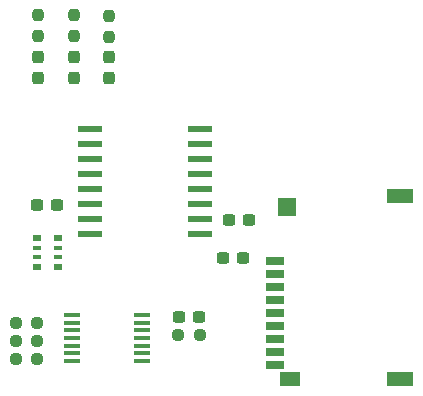
<source format=gbr>
%TF.GenerationSoftware,KiCad,Pcbnew,9.0.2*%
%TF.CreationDate,2025-06-04T00:32:51+07:00*%
%TF.ProjectId,Telemetry V.3 BM13 EVO Hy,54656c65-6d65-4747-9279-20562e332042,rev?*%
%TF.SameCoordinates,Original*%
%TF.FileFunction,Paste,Top*%
%TF.FilePolarity,Positive*%
%FSLAX46Y46*%
G04 Gerber Fmt 4.6, Leading zero omitted, Abs format (unit mm)*
G04 Created by KiCad (PCBNEW 9.0.2) date 2025-06-04 00:32:51*
%MOMM*%
%LPD*%
G01*
G04 APERTURE LIST*
G04 Aperture macros list*
%AMRoundRect*
0 Rectangle with rounded corners*
0 $1 Rounding radius*
0 $2 $3 $4 $5 $6 $7 $8 $9 X,Y pos of 4 corners*
0 Add a 4 corners polygon primitive as box body*
4,1,4,$2,$3,$4,$5,$6,$7,$8,$9,$2,$3,0*
0 Add four circle primitives for the rounded corners*
1,1,$1+$1,$2,$3*
1,1,$1+$1,$4,$5*
1,1,$1+$1,$6,$7*
1,1,$1+$1,$8,$9*
0 Add four rect primitives between the rounded corners*
20,1,$1+$1,$2,$3,$4,$5,0*
20,1,$1+$1,$4,$5,$6,$7,0*
20,1,$1+$1,$6,$7,$8,$9,0*
20,1,$1+$1,$8,$9,$2,$3,0*%
G04 Aperture macros list end*
%ADD10R,0.800000X0.500000*%
%ADD11R,0.800000X0.400000*%
%ADD12RoundRect,0.237500X0.300000X0.237500X-0.300000X0.237500X-0.300000X-0.237500X0.300000X-0.237500X0*%
%ADD13RoundRect,0.237500X-0.237500X0.250000X-0.237500X-0.250000X0.237500X-0.250000X0.237500X0.250000X0*%
%ADD14R,1.404099X0.354800*%
%ADD15R,1.600000X0.700000*%
%ADD16R,1.800000X1.200000*%
%ADD17R,1.500000X1.600000*%
%ADD18R,2.200000X1.200000*%
%ADD19RoundRect,0.237500X0.237500X-0.287500X0.237500X0.287500X-0.237500X0.287500X-0.237500X-0.287500X0*%
%ADD20RoundRect,0.237500X0.250000X0.237500X-0.250000X0.237500X-0.250000X-0.237500X0.250000X-0.237500X0*%
%ADD21RoundRect,0.073750X0.951250X0.221250X-0.951250X0.221250X-0.951250X-0.221250X0.951250X-0.221250X0*%
%ADD22RoundRect,0.237500X-0.250000X-0.237500X0.250000X-0.237500X0.250000X0.237500X-0.250000X0.237500X0*%
%ADD23RoundRect,0.237500X0.237500X-0.250000X0.237500X0.250000X-0.237500X0.250000X-0.237500X-0.250000X0*%
%ADD24RoundRect,0.237500X-0.300000X-0.237500X0.300000X-0.237500X0.300000X0.237500X-0.300000X0.237500X0*%
G04 APERTURE END LIST*
D10*
%TO.C,RN1*%
X97850000Y-73800000D03*
D11*
X97850000Y-74600000D03*
X97850000Y-75400000D03*
D10*
X97850000Y-76200000D03*
X99650000Y-76200000D03*
D11*
X99650000Y-75400000D03*
X99650000Y-74600000D03*
D10*
X99650000Y-73800000D03*
%TD*%
D12*
%TO.C,C1*%
X111612500Y-80500000D03*
X109887500Y-80500000D03*
%TD*%
D13*
%TO.C,R6*%
X101000000Y-54875000D03*
X101000000Y-56700000D03*
%TD*%
D14*
%TO.C,U2*%
X100850104Y-80299999D03*
X100850104Y-80950000D03*
X100850104Y-81600001D03*
X100850104Y-82250000D03*
X100850104Y-82899999D03*
X100850104Y-83550000D03*
X100850104Y-84199999D03*
X106750000Y-84200001D03*
X106750000Y-83550000D03*
X106750000Y-82900001D03*
X106750000Y-82250000D03*
X106750000Y-81600001D03*
X106750000Y-80950000D03*
X106750000Y-80300001D03*
%TD*%
D15*
%TO.C,J1*%
X118000000Y-75750000D03*
X118000000Y-76850000D03*
X118000000Y-77950000D03*
X118000000Y-79050000D03*
X118000000Y-80150000D03*
X118000000Y-81250000D03*
X118000000Y-82350000D03*
X118000000Y-83450000D03*
X118000000Y-84550000D03*
D16*
X119300000Y-85750000D03*
D17*
X119050000Y-71150000D03*
D18*
X128600000Y-85750000D03*
X128600000Y-70250000D03*
%TD*%
D19*
%TO.C,D3*%
X104000000Y-60200000D03*
X104000000Y-58450000D03*
%TD*%
D20*
%TO.C,R4*%
X97912500Y-84000000D03*
X96087500Y-84000000D03*
%TD*%
D21*
%TO.C,U3*%
X111655000Y-73445000D03*
X111655000Y-72175000D03*
X111655000Y-70905000D03*
X111655000Y-69635000D03*
X111655000Y-68365000D03*
X111655000Y-67095000D03*
X111655000Y-65825000D03*
X111655000Y-64555000D03*
X102345000Y-64555000D03*
X102345000Y-65825000D03*
X102345000Y-67095000D03*
X102345000Y-68365000D03*
X102345000Y-69635000D03*
X102345000Y-70905000D03*
X102345000Y-72175000D03*
X102345000Y-73445000D03*
%TD*%
D12*
%TO.C,C3*%
X115862500Y-72250000D03*
X114137500Y-72250000D03*
%TD*%
D22*
%TO.C,R1*%
X96087500Y-82500000D03*
X97912500Y-82500000D03*
%TD*%
%TO.C,R2*%
X96087500Y-81000000D03*
X97912500Y-81000000D03*
%TD*%
%TO.C,R3*%
X109837500Y-82000000D03*
X111662500Y-82000000D03*
%TD*%
D23*
%TO.C,R7*%
X104000000Y-56775000D03*
X104000000Y-54950000D03*
%TD*%
D13*
%TO.C,R5*%
X98000000Y-54875000D03*
X98000000Y-56700000D03*
%TD*%
D24*
%TO.C,C2*%
X113637500Y-75500000D03*
X115362500Y-75500000D03*
%TD*%
D19*
%TO.C,D2*%
X101000000Y-60200000D03*
X101000000Y-58450000D03*
%TD*%
D12*
%TO.C,C4*%
X99612500Y-71000000D03*
X97887500Y-71000000D03*
%TD*%
D19*
%TO.C,D1*%
X98000000Y-60200000D03*
X98000000Y-58450000D03*
%TD*%
M02*

</source>
